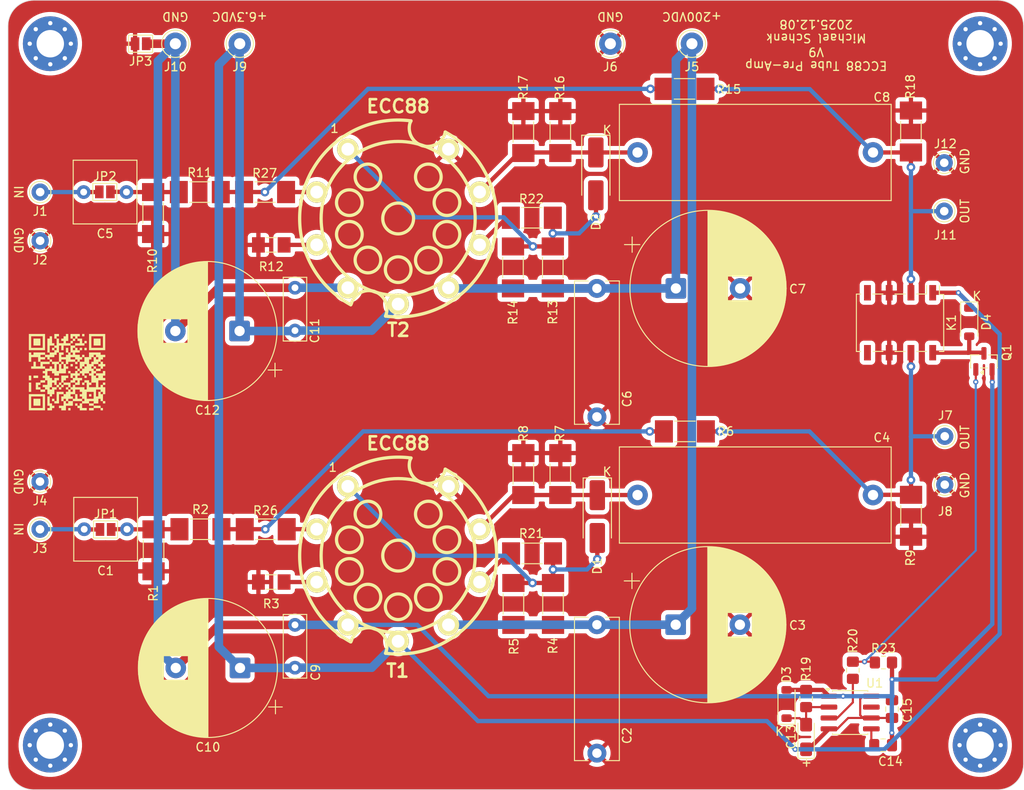
<source format=kicad_pcb>
(kicad_pcb (version 20241229) (generator "pcbnew") (generator_version "9.0")
  (layers (0 "F.Cu" signal) (2 "B.Cu" signal) (13 "F.Paste" user) (15 "B.Paste" user) (5 "F.SilkS" user "F.Silkscreen") (7 "B.SilkS" user "B.Silkscreen") (1 "F.Mask" user) (3 "B.Mask" user) (25 "Edge.Cuts" user))
  (net 0 "")
  (net 1 "Net-(J3-Pin_1)")
  (net 2 "Net-(JP1-B)")
  (net 3 "GND")
  (net 4 "VDDA")
  (net 5 "Net-(D1-K)")
  (net 6 "Net-(J7-Pin_1)")
  (net 7 "VDDF")
  (net 8 "Net-(R2-Pad1)")
  (net 9 "Net-(J1-Pin_1)")
  (net 10 "Net-(JP2-B)")
  (net 11 "Net-(D2-K)")
  (net 12 "Net-(J11-Pin_1)")
  (net 13 "Net-(D3-K)")
  (net 14 "Net-(R11-Pad1)")
  (net 15 "Net-(U1-CV)")
  (net 16 "Net-(D1-A)")
  (net 17 "Net-(D2-A)")
  (net 18 "Net-(D4-A)")
  (net 19 "Net-(Q1-B)")
  (net 20 "Net-(T1-kT1)")
  (net 21 "Net-(T2-kT1)")
  (net 22 "Net-(U1-Q)")
  (net 23 "Net-(T1-gT2)")
  (net 24 "Net-(T2-gT2)")
  (net 25 "Net-(T1-gT1)")
  (net 26 "Net-(T2-gT1)")
  (net 30 "FGND")
  (footprint "kicad-snk:TubeNoval-ECC88" (layer "F.Cu") (at 84.43976 135.9789 180)
    (property "Reference" "T1")
    (property "Value" "ECC88")
  )
  (footprint "Capacitor_THT:C_Rect_L7.2mm_W7.2mm_P5.00mm_FKS2_FKP2_MKS2_MKP2" (layer "F.Cu") (at 52.775 132.9 180)
    (property "Reference" "C1")
    (property "Value" "3.3uF")
  )
  (footprint "Capacitor_THT:C_Rect_L16.5mm_W5.0mm_P15.00mm_MKT" (layer "F.Cu") (at 107.65 144.05 -90)
    (property "Reference" "C2")
    (property "Value" "100nF")
  )
  (footprint "Capacitor_THT:CP_Radial_D18.0mm_P7.50mm" (layer "F.Cu") (at 116.85 144.05)
    (property "Reference" "C3")
    (property "Value" "100uF")
  )
  (footprint "Capacitor_THT:C_Rect_L31.5mm_W11.0mm_P27.50mm_MKS4" (layer "F.Cu") (at 139.895 128.905 180)
    (property "Reference" "C4")
    (property "Value" "2.2uF/250VDC/MKP4")
  )
  (footprint "MountingHole:MountingHole_3.2mm_M3_Pad_Via" (layer "F.Cu") (at 43.815 76.2)
    (property "Reference" "H1" (hide yes))
    (property "Value" "MountingHole")
  )
  (footprint "MountingHole:MountingHole_3.2mm_M3_Pad_Via" (layer "F.Cu") (at 43.815 158.115)
    (property "Reference" "H2" (hide yes))
    (property "Value" "MountingHole")
  )
  (footprint "MountingHole:MountingHole_3.2mm_M3_Pad_Via" (layer "F.Cu") (at 152.4 158.115)
    (property "Reference" "H3" (hide yes))
    (property "Value" "MountingHole")
  )
  (footprint "MountingHole:MountingHole_3.2mm_M3_Pad_Via" (layer "F.Cu") (at 152.4 76.2)
    (property "Reference" "H4" (hide yes))
    (property "Value" "MountingHole")
  )
  (footprint "Connector_Pin:Pin_D1.0mm_L10.0mm" (layer "F.Cu") (at 42.615 132.9)
    (property "Reference" "J3")
    (property "Value" "Conn_01x01")
  )
  (footprint "Connector_Pin:Pin_D1.0mm_L10.0mm" (layer "F.Cu") (at 42.615 127.336612)
    (property "Reference" "J4")
    (property "Value" "Conn_01x01")
  )
  (footprint "Connector_Pin:Pin_D1.3mm_L11.0mm" (layer "F.Cu") (at 118.745 76.2)
    (property "Reference" "J5")
    (property "Value" "Conn_01x01")
  )
  (footprint "Connector_Pin:Pin_D1.3mm_L11.0mm" (layer "F.Cu") (at 109.22 76.2)
    (property "Reference" "J6")
    (property "Value" "Conn_01x01")
  )
  (footprint "Connector_Pin:Pin_D1.0mm_L10.0mm" (layer "F.Cu") (at 148.2725 127.6985)
    (property "Reference" "J8")
    (property "Value" "Conn_01x01")
  )
  (footprint "Resistor_SMD:R_MELF_MMB-0207" (layer "F.Cu") (at 55.875 135.36 -90)
    (property "Reference" "R1")
    (property "Value" "1Meg")
  )
  (footprint "Resistor_SMD:R_MELF_MMB-0207" (layer "F.Cu") (at 61.35 132.9 180)
    (property "Reference" "R2")
    (property "Value" "10k/47k")
  )
  (footprint "Resistor_SMD:R_MiniMELF_MMA-0204" (layer "F.Cu") (at 69.62 139.065 180)
    (property "Reference" "R3")
    (property "Value" "1.21k")
  )
  (footprint "Resistor_SMD:R_MELF_MMB-0207" (layer "F.Cu") (at 102.525 141.625 90)
    (property "Reference" "R4")
    (property "Value" "56k")
  )
  (footprint "Resistor_SMD:R_MELF_MMB-0207" (layer "F.Cu") (at 97.9 141.625 90)
    (property "Reference" "R5")
    (property "Value" "39k")
  )
  (footprint "Resistor_SMD:R_MELF_MMB-0207" (layer "F.Cu") (at 117.925 121.475 180)
    (property "Reference" "R6")
    (property "Value" "22k/100k")
  )
  (footprint "Resistor_SMD:R_MELF_MMB-0207" (layer "F.Cu") (at 103.378 126.455 90)
    (property "Reference" "R7")
    (property "Value" "56k")
  )
  (footprint "Resistor_SMD:R_MELF_MMB-0207" (layer "F.Cu") (at 99.06 126.455 90)
    (property "Reference" "R8")
    (property "Value" "39k")
  )
  (footprint "Resistor_SMD:R_MELF_MMB-0207" (layer "F.Cu") (at 144.3355 131.3296 90)
    (property "Reference" "R9")
    (property "Value" "1Meg")
  )
  (footprint "Capacitor_THT:C_Rect_L7.2mm_W7.2mm_P5.00mm_FKS2_FKP2_MKS2_MKP2" (layer "F.Cu") (at 52.711904 93.525 180)
    (property "Reference" "C5")
    (property "Value" "3.3uF")
  )
  (footprint "Capacitor_THT:C_Rect_L16.5mm_W5.0mm_P15.00mm_MKT" (layer "F.Cu") (at 107.65 104.775 -90)
    (property "Reference" "C6")
    (property "Value" "100nF")
  )
  (footprint "Capacitor_THT:CP_Radial_D18.0mm_P7.50mm" (layer "F.Cu") (at 116.875 104.775)
    (property "Reference" "C7")
    (property "Value" "100uF")
  )
  (footprint "Capacitor_THT:C_Rect_L31.5mm_W11.0mm_P27.50mm_MKS4" (layer "F.Cu") (at 139.895 88.9 180)
    (property "Reference" "C8")
    (property "Value" "2.2uF/250VDC/MKP4")
  )
  (footprint "Connector_Pin:Pin_D1.0mm_L10.0mm" (layer "F.Cu") (at 42.631904 93.525)
    (property "Reference" "J1")
    (property "Value" "Conn_01x01")
  )
  (footprint "Connector_Pin:Pin_D1.0mm_L10.0mm" (layer "F.Cu") (at 42.631904 99.21)
    (property "Reference" "J2")
    (property "Value" "Conn_01x01")
  )
  (footprint "Connector_Pin:Pin_D1.3mm_L11.0mm" (layer "F.Cu") (at 65.9384 76.2)
    (property "Reference" "J9")
    (property "Value" "Conn_01x01")
  )
  (footprint "Connector_Pin:Pin_D1.3mm_L11.0mm" (layer "F.Cu") (at 58.42 76.2)
    (property "Reference" "J10")
    (property "Value" "Conn_01x01")
  )
  (footprint "Connector_Pin:Pin_D1.0mm_L10.0mm" (layer "F.Cu") (at 148.209 95.758)
    (property "Reference" "J11")
    (property "Value" "Conn_01x01")
  )
  (footprint "Connector_Pin:Pin_D1.0mm_L10.0mm" (layer "F.Cu") (at 148.209 90.1065)
    (property "Reference" "J12")
    (property "Value" "Conn_01x01")
  )
  (footprint "Resistor_SMD:R_MELF_MMB-0207" (layer "F.Cu") (at 55.825 95.975 -90)
    (property "Reference" "R10")
    (property "Value" "1Meg")
  )
  (footprint "Resistor_SMD:R_MELF_MMB-0207" (layer "F.Cu") (at 61.275 93.525 180)
    (property "Reference" "R11")
    (property "Value" "10k/47k")
  )
  (footprint "Resistor_SMD:R_MiniMELF_MMA-0204" (layer "F.Cu") (at 69.62 99.695 180)
    (property "Reference" "R12")
    (property "Value" "1.21k")
  )
  (footprint "Resistor_SMD:R_MELF_MMB-0207" (layer "F.Cu") (at 102.5 102.325 90)
    (property "Reference" "R13")
    (property "Value" "56k")
  )
  (footprint "Resistor_SMD:R_MELF_MMB-0207" (layer "F.Cu") (at 97.85 102.325 90)
    (property "Reference" "R14")
    (property "Value" "39k")
  )
  (footprint "Resistor_SMD:R_MELF_MMB-0207" (layer "F.Cu") (at 117.875 81.475 180)
    (property "Reference" "R15")
    (property "Value" "22k/100k")
  )
  (footprint "Resistor_SMD:R_MELF_MMB-0207" (layer "F.Cu") (at 103.378 86.51773 90)
    (property "Reference" "R16")
    (property "Value" "56k")
  )
  (footprint "Resistor_SMD:R_MELF_MMB-0207" (layer "F.Cu") (at 99.06 86.51773 90)
    (property "Reference" "R17")
    (property "Value" "39k")
  )
  (footprint "Resistor_SMD:R_MELF_MMB-0207" (layer "F.Cu") (at 144.3228 86.45 90)
    (property "Reference" "R18")
    (property "Value" "1Meg")
  )
  (footprint "kicad-snk:TubeNoval-ECC88" (layer "F.Cu") (at 84.43976 96.6089 180)
    (property "Reference" "T2")
    (property "Value" "ECC88")
  )
  (footprint "Capacitor_THT:C_Rect_L7.2mm_W2.5mm_P5.00mm_FKS2_FKP2_MKS2_MKP2" (layer "F.Cu") (at 72.39 149.0688 90)
    (property "Reference" "C9")
    (property "Value" "100nF")
  )
  (footprint "Capacitor_THT:CP_Radial_D16.0mm_P7.50mm" (layer "F.Cu") (at 65.9708 149.1 180)
    (property "Reference" "C10")
    (property "Value" "2200uF")
  )
  (footprint "Capacitor_THT:C_Rect_L7.2mm_W2.5mm_P5.00mm_FKS2_FKP2_MKS2_MKP2" (layer "F.Cu") (at 72.39 109.6988 90)
    (property "Reference" "C11")
    (property "Value" "100nF")
  )
  (footprint "Capacitor_THT:CP_Radial_D16.0mm_P7.50mm" (layer "F.Cu") (at 65.92 109.75 180)
    (property "Reference" "C12")
    (property "Value" "2200uF")
  )
  (footprint "Diode_SMD:D_SMA_Handsoldering" (layer "F.Cu") (at 107.696 131.422 -90)
    (property "Reference" "D1")
    (property "Value" "1N4007")
  )
  (footprint "Diode_SMD:D_SMA_Handsoldering" (layer "F.Cu") (at 107.525 91.4 -90)
    (property "Reference" "D2")
    (property "Value" "1N4007")
  )
  (footprint "Resistor_SMD:R_MELF_MMB-0207" (layer "F.Cu") (at 100.05 96.525 180)
    (property "Reference" "R22")
    (property "Value" "100R")
  )
  (footprint "Resistor_SMD:R_MELF_MMB-0207" (layer "F.Cu") (at 100.075 135.725 180)
    (property "Reference" "R21")
    (property "Value" "100R")
  )
  (footprint "Relay_SMD:Relay_DPDT_Omron_G6K-2F" (layer "F.Cu") (at 143.0528 108.783 -90)
    (property "Reference" "K1")
    (property "Value" "G6K-2F-TR DC6")
  )
  (footprint "Capacitor_Tantalum_SMD:CP_EIA-3216-12_Kemet-S_HandSolder" (layer "F.Cu") (at 132.08 157.1601 90)
    (property "Reference" "C13")
    (property "Value" "15uF/25V")
  )
  (footprint "Capacitor_SMD:C_0805_2012Metric_Pad1.18x1.45mm_HandSolder" (layer "F.Cu") (at 141.0716 158.115)
    (property "Reference" "C14")
    (property "Value" "100nF/50V")
  )
  (footprint "Capacitor_SMD:C_0805_2012Metric_Pad1.18x1.45mm_HandSolder" (layer "F.Cu") (at 142.113 153.9025 90)
    (property "Reference" "C15")
    (property "Value" "100nF/50V")
  )
  (footprint "Diode_SMD:D_SOD-123" (layer "F.Cu") (at 129.794 153.3144 90)
    (property "Reference" "D3")
    (property "Value" "1N4148W")
  )
  (footprint "Diode_SMD:D_SOD-123" (layer "F.Cu") (at 151.13 108.712 -90)
    (property "Reference" "D4")
    (property "Value" "1N4148W")
  )
  (footprint "Package_TO_SOT_SMD:SOT-23" (layer "F.Cu") (at 152.847 113.3 90)
    (property "Reference" "Q1")
    (property "Value" "MMBT3904")
  )
  (footprint "Resistor_SMD:R_0805_2012Metric_Pad1.20x1.40mm_HandSolder" (layer "F.Cu") (at 132.08 152.67 90)
    (property "Reference" "R19")
    (property "Value" "2Meg")
  )
  (footprint "Resistor_SMD:R_0805_2012Metric_Pad1.20x1.40mm_HandSolder" (layer "F.Cu") (at 137.541 149.368 -90)
    (property "Reference" "R20")
    (property "Value" "2.49k")
  )
  (footprint "Resistor_SMD:R_0805_2012Metric_Pad1.20x1.40mm_HandSolder" (layer "F.Cu") (at 141.113 148.463)
    (property "Reference" "R23")
    (property "Value" "2.49k")
  )
  (footprint "Package_SO:SOIC-8_3.9x4.9mm_P1.27mm" (layer "F.Cu") (at 137.222 154.305)
    (property "Reference" "U1")
    (property "Value" "TLC555xD")
  )
  (footprint "Connector_Pin:Pin_D1.0mm_L10.0mm" (layer "F.Cu") (at 148.2725 122.047)
    (property "Reference" "J7")
    (property "Value" "Conn_01x01")
  )
  (footprint "Jumper:SolderJumper-2_P1.3mm_Open_Pad1.0x1.5mm" (layer "F.Cu") (at 50.186104 93.4996)
    (property "Reference" "JP2")
    (property "Value" "SolderJumper_2_Open")
  )
  (footprint "Resistor_SMD:R_MELF_MMB-0207" (layer "F.Cu") (at 68.9 93.52)
    (property "Reference" "R27")
    (property "Value" "100R")
  )
  (footprint "Jumper:SolderJumper-2_P1.3mm_Open_Pad1.0x1.5mm" (layer "F.Cu") (at 50.2708 132.9254)
    (property "Reference" "JP1")
    (property "Value" "SolderJumper_2_Open")
  )
  (footprint "Resistor_SMD:R_MELF_MMB-0207" (layer "F.Cu") (at 68.975 132.9)
    (property "Reference" "R26")
    (property "Value" "100R")
  )
  (footprint "LOGO" (layer "F.Cu") (at 45.7708 114.554)
    (property "Reference" "G***" (hide yes))
    (property "Value" "LOGO" (hide yes))
  )
  (footprint "Jumper:SolderJumper-2_P1.3mm_Open_Pad1.0x1.5mm" (layer "F.Cu") (at 54.3664 76.2 180)
    (property "Reference" "JP3")
    (property "Value" "SolderJumper_2_Open")
  )
  (gr_line (start 154.48 163.322) (end 41.862 163.322) (stroke (width 0.05)) (layer "Edge.Cuts"))
  (gr_line (start 41.862 71.12) (end 154.48 71.12) (stroke (width 0.05)) (layer "Edge.Cuts"))
  (gr_arc (start 157.48 160.322) (mid 156.60132 162.44332) (end 154.48 163.322) (stroke (width 0.05)) (layer "Edge.Cuts"))
  (gr_line (start 38.862 160.322) (end 38.862 74.12) (stroke (width 0.05)) (layer "Edge.Cuts"))
  (gr_arc (start 41.862 163.322) (mid 39.74068 162.44332) (end 38.862 160.322) (stroke (width 0.05)) (layer "Edge.Cuts"))
  (gr_arc (start 154.48 71.12) (mid 156.60132 71.99868) (end 157.48 74.12) (stroke (width 0.05)) (layer "Edge.Cuts"))
  (gr_arc (start 38.862 74.12) (mid 39.74068 71.99868) (end 41.862 71.12) (stroke (width 0.05)) (layer "Edge.Cuts"))
  (gr_line (start 157.48 74.12) (end 157.48 160.322) (stroke (width 0.05)) (layer "Edge.Cuts"))
  (gr_text "IN" (at 40.075 132.9 270) (layer "F.SilkS") (effects (font (size 1 1))))
  (gr_text "GND" (at 40.075 127.336612 270) (layer "F.SilkS") (effects (font (size 1 1))))
  (gr_text "GND" (at 40.091904 99.15 270) (layer "F.SilkS") (effects (font (size 1 1))))
  (gr_text "GND" (at 150.622 89.916 90) (layer "F.SilkS") (effects (font (size 1 1))))
  (gr_text "GND" (at 150.622 127.762 90) (layer "F.SilkS") (effects (font (size 1 1))))
  (gr_text "OUT" (at 150.622 122.174 90) (layer "F.SilkS") (effects (font (size 1 1))))
  (gr_text "OUT" (at 150.622 95.758 90) (layer "F.SilkS") (effects (font (size 1 1))))
  (gr_text "+200VDC" (at 118.745 73.025 180) (layer "F.SilkS") (effects (font (size 1 1))))
  (gr_text "+6.3VDC" (at 65.9384 73.025 180) (layer "F.SilkS") (effects (font (size 1 1))))
  (gr_text "GND" (at 109.22 73.025 180) (layer "F.SilkS") (effects (font (size 1 1))))
  (gr_text "GND" (at 58.42 73.025 180) (layer "F.SilkS") (effects (font (size 1 1))))
  (gr_text "K" (at 108.839 126.175 0) (layer "F.SilkS") (effects (font (size 1 1))))
  (gr_text "K" (at 152.019 105.664 0) (layer "F.SilkS") (effects (font (size 1 1))))
  (gr_text "IN" (at 40.091904 93.525 270) (layer "F.SilkS") (effects (font (size 1 1))))
  (gr_text "1" (at 76.8096 125.6792 0) (layer "F.SilkS") (effects (font (size 1 1))))
  (gr_text "ECC88 Tube Pre-Amp\nV9\nMichael Schenk\n2025.12.08" (at 133.2484 76.3524 180) (layer "F.SilkS") (effects (font (size 1 1))))
  (gr_text "K" (at 128.9812 156.5148 0) (layer "F.SilkS") (effects (font (size 1 1))))
  (gr_text "+" (at 132.1308 160.1216 0) (layer "F.SilkS") (effects (font (size 1 1))))
  (gr_text "1" (at 77.0128 86.106 0) (layer "F.SilkS") (effects (font (size 1 1))))
  (gr_text "K" (at 108.839 86.275 0) (layer "F.SilkS") (effects (font (size 1 1))))
  (segment (start 49.6208 132.9254) (end 47.8004 132.9254) (width 0.5) (layer "F.Cu") (net 1))
  (segment (start 42.615 132.9) (end 47.775 132.9) (width 0.5) (layer "B.Cu") (net 1))
  (segment (start 52.775 132.9) (end 50.9462 132.9) (width 0.5) (layer "F.Cu") (net 2))
  (segment (start 55.885 132.9) (end 55.875 132.91) (width 0.5) (layer "F.Cu") (net 2))
  (segment (start 55.875 132.91) (end 52.785 132.91) (width 0.5) (layer "F.Cu") (net 2))
  (segment (start 52.785 132.91) (end 52.775 132.9) (width 0.5) (layer "F.Cu") (net 2))
  (segment (start 58.9 132.9) (end 55.885 132.9) (width 0.5) (layer "F.Cu") (net 2))
  (segment (start 102.55 144.05) (end 102.525 144.075) (width 1) (layer "F.Cu") (net 4))
  (segment (start 107.65 144.05) (end 102.55 144.05) (width 1) (layer "F.Cu") (net 4))
  (segment (start 102.525 144.075) (end 97.9 144.075) (width 1) (layer "F.Cu") (net 4))
  (segment (start 107.65 104.775) (end 102.5 104.775) (width 1) (layer "F.Cu") (net 4))
  (segment (start 102.5 104.775) (end 97.85 104.775) (width 1) (layer "F.Cu") (net 4))
  (segment (start 107.65 144.05) (end 90.33612 144.05) (width 1) (layer "B.Cu") (net 4))
  (segment (start 118.745 142.155) (end 116.85 144.05) (width 1) (layer "B.Cu") (net 4))
  (segment (start 90.33612 144.05) (end 90.31732 144.0688) (width 1) (layer "B.Cu") (net 4))
  (segment (start 116.875 104.775) (end 116.875 78.07) (width 1) (layer "B.Cu") (net 4))
  (segment (start 107.65 104.775) (end 90.39352 104.775) (width 1) (layer "B.Cu") (net 4))
  (segment (start 116.875 104.775) (end 107.65 104.775) (width 1) (layer "B.Cu") (net 4))
  (segment (start 90.39352 104.775) (end 90.31732 104.6988) (width 1) (layer "B.Cu") (net 4))
  (segment (start 116.875 78.07) (end 118.745 76.2) (width 1) (layer "B.Cu") (net 4))
  (segment (start 116.85 144.05) (end 107.65 144.05) (width 1) (layer "B.Cu") (net 4))
  (segment (start 118.745 76.2) (end 118.745 142.155) (width 1) (layer "B.Cu") (net 4))
  (segment (start 97.93732 128.905) (end 99.06 128.905) (width 0.5) (layer "F.Cu") (net 5))
  (segment (start 93.94952 132.8928) (end 97.93732 128.905) (width 0.5) (layer "F.Cu") (net 5))
  (segment (start 112.395 128.905) (end 103.378 128.905) (width 0.5) (layer "F.Cu") (net 5))
  (segment (start 99.06 128.905) (end 103.378 128.905) (width 0.5) (layer "F.Cu") (net 5))
  (segment (start 144.3355 128.8796) (end 144.3355 127.1651) (width 0.5) (layer "F.Cu") (net 6))
  (segment (start 144.3355 128.8796) (end 139.9204 128.8796) (width 0.5) (layer "F.Cu") (net 6))
  (segment (start 144.3228 112.283) (end 144.3228 113.8936) (width 0.5) (layer "F.Cu") (net 6))
  (segment (start 120.375 121.475) (end 122 121.475) (width 0.5) (layer "F.Cu") (net 6))
  (segment (start 144.3355 127.1651) (end 144.3228 127.1524) (width 0.5) (layer "F.Cu") (net 6))
  (segment (start 139.9204 128.8796) (end 139.895 128.905) (width 0.5) (layer "F.Cu") (net 6))
  (via (at 122 121.475) (size 1) (drill 0.5) (layers "F.Cu" "B.Cu") (net 6))
  (via (at 144.3228 113.8936) (size 1) (drill 0.5) (layers "F.Cu" "B.Cu") (net 6))
  (via (at 144.3228 127.1524) (size 1) (drill 0.5) (layers "F.Cu" "B.Cu") (net 6))
  (segment (start 148.2725 122.047) (end 144.3482 122.047) (width 0.5) (layer "B.Cu") (net 6))
  (segment (start 132.465 121.475) (end 139.895 128.905) (width 0.5) (layer "B.Cu") (net 6))
  (segment (start 144.3228 122.0724) (end 144.3228 113.8936) (width 0.5) (layer "B.Cu") (net 6))
  (segment (start 144.3482 122.047) (end 144.3228 122.0724) (width 0.5) (layer "B.Cu") (net 6))
  (segment (start 122 121.475) (end 132.465 121.475) (width 0.5) (layer "B.Cu") (net 6))
  (segment (start 144.3228 127.1524) (end 144.3228 122.0724) (width 0.5) (layer "B.Cu") (net 6))
  (segment (start 138.39699 152.72501) (end 138.39699 154.61499) (width 0.25) (layer "F.Cu") (net 7))
  (segment (start 139.697 152.4) (end 138.722 152.4) (width 0.25) (layer "F.Cu") (net 7))
  (segment (start 135.722 156.21) (end 136.992 154.94) (width 0.25) (layer "F.Cu") (net 7))
  (segment (start 132.08 158.5976) (end 130.8024 158.5976) (width 0.5) (layer "F.Cu") (net 7))
  (segment (start 138.722 152.4) (end 138.39699 152.72501) (width 0.25) (layer "F.Cu") (net 7))
  (segment (start 151.13 107.062) (end 151.13 106.553) (width 0.5) (layer "F.Cu") (net 7))
  (segment (start 134.747 156.21) (end 135.722 156.21) (width 0.25) (layer "F.Cu") (net 7))
  (segment (start 151.13 106.553) (end 149.86 105.283) (width 0.5) (layer "F.Cu") (net 7))
  (segment (start 142.113 154.94) (end 139.697 154.94) (width 0.25) (layer "F.Cu") (net 7))
  (segment (start 136.992 154.94) (end 139.697 154.94) (width 0.25) (layer "F.Cu") (net 7))
  (segment (start 149.86 105.283) (end 146.8628 105.283) (width 0.5) (layer "F.Cu") (net 7))
  (segment (start 138.722 154.94) (end 139.697 154.94) (width 0.25) (layer "F.Cu") (net 7))
  (segment (start 130.8024 158.5976) (end 130.8 158.6) (width 0.5) (layer "F.Cu") (net 7))
  (segment (start 138.39699 154.61499) (end 138.722 154.94) (width 0.25) (layer "F.Cu") (net 7))
  (segment (start 132.3594 158.5976) (end 134.747 156.21) (width 0.5) (layer "F.Cu") (net 7))
  (via (at 130.8 158.6) (size 0.6) (drill 0.3) (layers "F.Cu" "B.Cu") (net 7))
  (via (at 149.86 105.283) (size 0.6) (drill 0.3) (layers "F.Cu" "B.Cu") (net 7))
  (segment (start 63.5 146.65) (end 65.95 149.1) (width 1) (layer "B.Cu") (net 7))
  (segment (start 141.215461 158.6) (end 154.686 145.129461) (width 0.5) (layer "B.Cu") (net 7))
  (segment (start 130.8 158.6) (end 141.215461 158.6) (width 0.5) (layer "B.Cu") (net 7))
  (segment (start 84.43976 145.97888) (end 93.76088 155.3) (width 0.5) (layer "B.Cu") (net 7))
  (segment (start 65.92 109.75) (end 65.92 76.2184) (width 1) (layer "B.Cu") (net 7))
  (segment (start 72.3388 109.75) (end 72.39 109.6988) (width 1) (layer "B.Cu") (net 7))
  (segment (start 72.39 149.0688) (end 81.34984 149.0688) (width 1) (layer "B.Cu") (net 7))
  (segment (start 154.686 145.129461) (end 154.686 110.109) (width 0.5) (layer "B.Cu") (net 7))
  (segment (start 65.95 149.1) (end 65.9708 149.1) (width 1) (layer "B.Cu") (net 7))
  (segment (start 65.92 109.75) (end 72.3388 109.75) (width 1) (layer "B.Cu") (net 7))
  (segment (start 127.5 155.3) (end 130.8 158.6) (width 0.5) (layer "B.Cu") (net 7))
  (segment (start 65.9708 149.1) (end 72.3588 149.1) (width 1) (layer "B.Cu") (net 7))
  (segment (start 72.3588 149.1) (end 72.39 149.0688) (width 1) (layer "B.Cu") (net 7))
  (segment (start 65.9384 76.2) (end 63.5 78.6384) (width 1) (layer "B.Cu") (net 7))
  (segment (start 154.686 110.109) (end 149.86 105.283) (width 0.5) (layer "B.Cu") (net 7))
  (segment (start 81.34984 149.0688) (end 84.43976 145.97888) (width 1) (layer "B.Cu") (net 7))
  (segment (start 72.39 109.6988) (end 81.34984 109.6988) (width 1) (layer "B.Cu") (net 7))
  (segment (start 63.5 78.6384) (end 63.5 146.65) (width 1) (layer "B.Cu") (net 7))
  (segment (start 93.76088 155.3) (end 127.5 155.3) (width 0.5) (layer "B.Cu") (net 7))
  (segment (start 81.34984 109.6988) (end 84.43976 106.60888) (width 1) (layer "B.Cu") (net 7))
  (segment (start 65.92 76.2184) (end 65.9384 76.2) (width 1) (layer "B.Cu") (net 7))
  (segment (start 66.525 132.9) (end 68.925 132.9) (width 0.5) (layer "F.Cu") (net 8))
  (segment (start 115.475 121.475) (end 113.825 121.475) (width 0.5) (layer "F.Cu") (net 8))
  (segment (start 66.525 132.9) (end 63.8 132.9) (width 0.5) (layer "F.Cu") (net 8))
  (via (at 113.825 121.475) (size 1) (drill 0.5) (layers "F.Cu" "B.Cu") (net 8))
  (via (at 68.925 132.9) (size 1) (drill 0.5) (layers "F.Cu" "B.Cu") (net 8))
  (segment (start 68.925 132.9) (end 80.35 121.475) (width 0.5) (layer "B.Cu") (net 8))
  (segment (start 80.35 121.475) (end 113.825 121.475) (width 0.5) (layer "B.Cu") (net 8))
  (segment (start 47.711904 93.525) (end 49.510704 93.525) (width 0.5) (layer "F.Cu") (net 9))
  (segment (start 42.631904 93.525) (end 47.711904 93.525) (width 0.5) (layer "B.Cu") (net 9))
  (segment (start 55.825 93.525) (end 52.711904 93.525) (width 0.5) (layer "F.Cu") (net 10))
  (segment (start 50.836104 93.4996) (end 52.686504 93.4996) (width 0.5) (layer "F.Cu") (net 10))
  (segment (start 58.825 93.525) (end 55.825 93.525) (width 0.5) (layer "F.Cu") (net 10))
  (segment (start 107.696 88.9) (end 112.395 88.9) (width 0.5) (layer "F.Cu") (net 11))
  (segment (start 103.378 88.9) (end 99.06 88.9) (width 0.5) (layer "F.Cu") (net 11))
  (segment (start 103.378 88.9) (end 107.4 88.9) (width 0.5) (layer "F.Cu") (net 11))
  (segment (start 93.94952 93.5228) (end 98.57232 88.9) (width 0.5) (layer "F.Cu") (net 11))
  (segment (start 107.4 88.9) (end 107.696 88.9) (width 0.5) (layer "F.Cu") (net 11))
  (segment (start 144.3228 88.9) (end 139.895 88.9) (width 0.5) (layer "F.Cu") (net 12))
  (segment (start 120.325 81.475) (end 121.875 81.475) (width 0.5) (layer "F.Cu") (net 12))
  (segment (start 121.875 81.475) (end 121.9 81.5) (width 0.5) (layer "F.Cu") (net 12))
  (segment (start 144.3228 105.283) (end 144.3228 103.6828) (width 0.5) (layer "F.Cu") (net 12))
  (segment (start 144.3228 88.9) (end 144.3228 90.6272) (width 0.5) (layer "F.Cu") (net 12))
  (via (at 144.3228 103.6828) (size 1) (drill 0.5) (layers "F.Cu" "B.Cu") (net 12))
  (via (at 144.3228 90.6272) (size 1) (drill 0.5) (layers "F.Cu" "B.Cu") (net 12))
  (via (at 121.9 81.5) (size 1) (drill 0.5) (layers "F.Cu" "B.Cu") (net 12))
  (segment (start 144.3228 90.6272) (end 144.3228 95.758) (width 0.5) (layer "B.Cu") (net 12))
  (segment (start 132.495 81.5) (end 139.895 88.9) (width 0.5) (layer "B.Cu") (net 12))
  (segment (start 144.3228 95.758) (end 144.3228 103.6828) (width 0.5) (layer "B.Cu") (net 12))
  (segment (start 148.209 95.758) (end 144.3228 95.758) (width 0.5) (layer "B.Cu") (net 12))
  (segment (start 121.9 81.5) (end 132.495 81.5) (width 0.5) (layer "B.Cu") (net 12))
  (segment (start 129.794 154.9644) (end 131.3218 154.9644) (width 0.25) (layer "F.Cu") (net 13))
  (segment (start 132.08 153.67) (end 132.08 155.7226) (width 0.25) (layer "F.Cu") (net 13))
  (segment (start 134.747 153.67) (end 132.08 153.67) (width 0.25) (layer "F.Cu") (net 13))
  (segment (start 131.3218 154.9644) (end 132.08 155.7226) (width 0.25) (layer "F.Cu") (net 13))
  (segment (start 66.45 93.52) (end 68.87 93.52) (width 0.5) (layer "F.Cu") (net 14))
  (segment (start 66.45 93.52) (end 63.73 93.52) (width 0.5) (layer "F.Cu") (net 14))
  (segment (start 115.425 81.475) (end 113.9 81.475) (width 0.5) (layer "F.Cu") (net 14))
  (segment (start 68.87 93.52) (end 68.875 93.525) (width 0.5) (layer "F.Cu") (net 14))
  (segment (start 63.73 93.52) (end 63.725 93.525) (width 0.5) (layer "F.Cu") (net 14))
  (via (at 68.875 93.525) (size 1) (drill 0.5) (layers "F.Cu" "B.Cu") (net 14))
  (via (at 113.9 81.475) (size 1) (drill 0.5) (layers "F.Cu" "B.Cu") (net 14))
  (segment (start 113.9 81.475) (end 80.925 81.475) (width 0.5) (layer "B.Cu") (net 14))
  (segment (start 80.925 81.475) (end 68.875 93.525) (width 0.5) (layer "B.Cu") (net 14))
  (segment (start 139.697 156.21) (end 139.697 157.7779) (width 0.25) (layer "F.Cu") (net 15))
  (segment (start 102.525 139.175) (end 102.525 137.6) (width 0.5) (layer "F.Cu") (net 16))
  (segment (start 102.525 137.6) (end 102.525 135.725) (width 0.5) (layer "F.Cu") (net 16))
  (segment (start 100.125 139.175) (end 97.9 139.175) (width 0.5) (layer "F.Cu") (net 16))
  (segment (start 107.696 136.398) (end 107.696 133.922) (width 0.5) (layer "F.Cu") (net 16))
  (segment (start 102.525 139.175) (end 100.125 139.175) (width 0.5) (layer "F.Cu") (net 16))
  (via (at 100.125 139.175) (size 1) (drill 0.5) (layers "F.Cu" "B.Cu") (net 16))
  (via (at 107.696 136.398) (size 1) (drill 0.5) (layers "F.Cu" "B.Cu") (net 16))
  (via (at 102.525 137.6) (size 1) (drill 0.5) (layers "F.Cu" "B.Cu") (net 16))
  (segment (start 96.95 136) (end 100.125 139.175) (width 0.5) (layer "B.Cu") (net 16))
  (segment (start 86.6732 136) (end 96.95 136) (width 0.5) (layer "B.Cu") (net 16))
  (segment (start 78.5622 127.889) (end 86.6732 136) (width 0.5) (layer "B.Cu") (net 16))
  (segment (start 102.525 137.6) (end 106.494 137.6) (width 0.5) (layer "B.Cu") (net 16))
  (segment (start 106.494 137.6) (end 107.696 136.398) (width 0.5) (layer "B.Cu") (net 16))
  (segment (start 107.5436 93.9186) (end 107.525 93.9) (width 0.5) (layer "F.Cu") (net 17))
  (segment (start 107.5436 96.3676) (end 107.5436 93.9186) (width 0.5) (layer "F.Cu") (net 17))
  (segment (start 102.5 99.875) (end 102.5 98.35) (width 0.5) (layer "F.Cu") (net 17))
  (segment (start 100.175 99.875) (end 102.5 99.875) (width 0.5) (layer "F.Cu") (net 17))
  (segment (start 102.5 98.35) (end 102.5 96.525) (width 0.5) (layer "F.Cu") (net 17))
  (segment (start 97.85 99.875) (end 100.175 99.875) (width 0.5) (layer "F.Cu") (net 17))
  (via (at 100.175 99.875) (size 1) (drill 0.5) (layers "F.Cu" "B.Cu") (net 17))
  (via (at 102.5 98.35) (size 1) (drill 0.5) (layers "F.Cu" "B.Cu") (net 17))
  (via (at 107.5436 96.3676) (size 1) (drill 0.5) (layers "F.Cu" "B.Cu") (net 17))
  (segment (start 100.175 99.875) (end 96.775 96.475) (width 0.5) (layer "B.Cu") (net 17))
  (segment (start 96.775 96.475) (end 86.5182 96.475) (width 0.5) (layer "B.Cu") (net 17))
  (segment (start 105.5612 98.35) (end 107.5436 96.3676) (width 0.5) (layer "B.Cu") (net 17))
  (segment (start 102.5 98.35) (end 105.5612 98.35) (width 0.5) (layer "B.Cu") (net 17))
  (segment (start 86.5182 96.475) (end 78.5622 88.519) (width 0.5) (layer "B.Cu") (net 17))
  (segment (start 146.8628 112.283) (end 150.988 112.283) (width 0.5) (layer "F.Cu") (net 18))
  (segment (start 150.988 112.283) (end 152.7675 112.283) (width 0.5) (layer "F.Cu") (net 18))
  (segment (start 152.7675 112.283) (end 152.847 112.3625) (width 0.5) (layer "F.Cu") (net 18))
  (segment (start 151.13 110.362) (end 151.13 112.141) (width 0.5) (layer "F.Cu") (net 18))
  (segment (start 151.13 112.141) (end 150.988 112.283) (width 0.5) (layer "F.Cu") (net 18))
  (segment (start 138.906 148.368) (end 140.018 148.368) (width 0.25) (layer "F.Cu") (net 19))
  (segment (start 151.897 115.692) (end 151.892 115.697) (width 0.25) (layer "F.Cu") (net 19))
  (segment (start 137.541 148.368) (end 138.906 148.368) (width 0.25) (layer "F.Cu") (net 19))
  (segment (start 151.897 114.3) (end 151.897 115.692) (width 0.25) (layer "F.Cu") (net 19))
  (via (at 138.906 148.368) (size 0.6) (drill 0.3) (layers "F.Cu" "B.Cu") (net 19))
  (via (at 151.892 115.697) (size 0.6) (drill 0.3) (layers "F.Cu" "B.Cu") (net 19))
  (segment (start 138.906 148.368) (end 151.892 135.382) (width 0.25) (layer "B.Cu") (net 19))
  (segment (start 151.892 135.382) (end 151.892 115.697) (width 0.25) (layer "B.Cu") (net 19))
  (segment (start 71.12 139.065) (end 74.93 139.065) (width 0.5) (layer "F.Cu") (net 20))
  (segment (start 71.12 99.695) (end 74.93 99.695) (width 0.5) (layer "F.Cu") (net 21))
  (segment (start 135.722 154.94) (end 137.541 153.121) (width 0.25) (layer "F.Cu") (net 22))
  (segment (start 134.747 154.94) (end 135.722 154.94) (width 0.25) (layer "F.Cu") (net 22))
  (segment (start 137.541 153.121) (end 137.541 150.368) (width 0.25) (layer "F.Cu") (net 22))
  (segment (start 97.28952 135.725) (end 93.94952 139.065) (width 0.5) (layer "F.Cu") (net 23))
  (segment (start 97.625 135.725) (end 97.28952 135.725) (width 0.5) (layer "F.Cu") (net 23))
  (segment (start 97.11952 96.525) (end 93.94952 99.695) (width 0.5) (layer "F.Cu") (net 24))
  (segment (start 97.6 96.525) (end 97.11952 96.525) (width 0.5) (layer "F.Cu") (net 24))
  (segment (start 74.93 132.8928) (end 71.4322 132.8928) (width 0.5) (layer "F.Cu") (net 25))
  (segment (start 71.4322 132.8928) (end 71.425 132.9) (width 0.5) (layer "F.Cu") (net 25))
  (segment (start 71.3528 93.5228) (end 71.35 93.52) (width 0.5) (layer "F.Cu") (net 26))
  (segment (start 74.93 93.5228) (end 71.3528 93.5228) (width 0.5) (layer "F.Cu") (net 26))
  (segment (start 142.1091 156.6887) (end 142.0876 156.6672) (width 0.5) (layer "F.Cu") (net 30))
  (segment (start 132.08 151.67) (end 134.017 151.67) (width 0.5) (layer "F.Cu") (net 30))
  (segment (start 72.39 104.6988) (end 63.4712 104.6988) (width 1) (layer "F.Cu") (net 30))
  (segment (start 142.1091 158.115) (end 142.1091 156.6887) (width 0.5) (layer "F.Cu") (net 30))
  (segment (start 63.4712 104.6988) (end 58.42 109.75) (width 1) (layer "F.Cu") (net 30))
  (segment (start 72.39 144.0688) (end 63.502 144.0688) (width 1) (layer "F.Cu") (net 30))
  (segment (start 134.747 152.4) (end 136.398 152.4) (width 0.5) (layer "F.Cu") (net 30))
  (segment (start 142.113 152.865) (end 142.113 150.4442) (width 0.5) (layer "F.Cu") (net 30))
  (segment (start 142.113 150.4442) (end 142.113 148.463) (width 0.5) (layer "F.Cu") (net 30))
  (segment (start 134.017 151.67) (end 134.747 152.4) (width 0.5) (layer "F.Cu") (net 30))
  (segment (start 129.794 151.6644) (end 132.0744 151.6644) (width 0.5) (layer "F.Cu") (net 30))
  (segment (start 58.42 76.2) (end 55.0164 76.2) (width 1) (layer "F.Cu") (net 30))
  (segment (start 63.502 144.0688) (end 58.4708 149.1) (width 1) (layer "F.Cu") (net 30))
  (segment (start 153.8224 115.7224) (end 153.8224 114.3254) (width 0.5) (layer "F.Cu") (net 30))
  (via (at 142.0876 156.6672) (size 0.6) (drill 0.3) (layers "F.Cu" "B.Cu") (net 30))
  (via (at 142.113 150.4442) (size 0.6) (drill 0.3) (layers "F.Cu" "B.Cu") (net 30))
  (via (at 136.398 152.4) (size 0.6) (drill 0.3) (layers "F.Cu" "B.Cu") (net 30))
  (via (at 153.8224 115.7224) (size 0.6) (drill 0.3) (layers "F.Cu" "B.Cu") (net 30))
  (segment (start 78.5622 144.0688) (end 72.39 144.0688) (width 1) (layer "B.Cu") (net 30))
  (segment (start 58.42 109.75) (end 58.42 76.2) (width 1) (layer "B.Cu") (net 30))
  (segment (start 142.113 152.4762) (end 142.113 150.4442) (width 0.5) (layer "B.Cu") (net 30))
  (segment (start 142.0876 156.6672) (end 142.0876 152.5016) (width 0.5) (layer "B.Cu") (net 30))
  (segment (start 153.8224 143.9672) (end 153.8224 115.7224) (width 0.5) (layer "B.Cu") (net 30))
  (segment (start 136.398 152.4) (end 95 152.4) (width 0.5) (layer "B.Cu") (net 30))
  (segment (start 95 152.4) (end 86.6688 144.0688) (width 0.5) (layer "B.Cu") (net 30))
  (segment (start 78.5622 104.6988) (end 72.39 104.6988) (width 1) (layer "B.Cu") (net 30))
  (segment (start 147.3454 150.4442) (end 153.8224 143.9672) (width 0.5) (layer "B.Cu") (net 30))
  (segment (start 56.388 78.232) (end 58.42 76.2) (width 1) (layer "B.Cu") (net 30))
  (segment (start 142.0876 152.5016) (end 142.1892 152.4) (width 0.5) (layer "B.Cu") (net 30))
  (segment (start 136.398 152.4) (end 142.1892 152.4) (width 0.5) (layer "B.Cu") (net 30))
  (segment (start 142.0876 152.5016) (end 142.113 152.4762) (width 0.5) (layer "B.Cu") (net 30))
  (segment (start 142.113 150.4442) (end 147.3454 150.4442) (width 0.5) (layer "B.Cu") (net 30))
  (segment (start 86.6688 144.0688) (end 78.5622 144.0688) (width 0.5) (layer "B.Cu") (net 30))
  (segment (start 56.388 147.0172) (end 58.4708 149.1) (width 1) (layer "B.Cu") (net 30))
  (segment (start 56.388 78.232) (end 56.388 147.0172) (width 1) (layer "B.Cu") (net 30))
  (zone (net 3) (net_name "GND") (layer "F.Cu") (connect_pads (clearance 0.508)) (min_thickness 0.25) (fill yes (thermal_gap 0.5) (thermal_bridge_width 0.5))
    (polygon (pts (xy 38.862 71.12) (xy 157.48 71.12) (xy 157.48 163.322) (xy 38.862 163.322)))
  )
)
</source>
